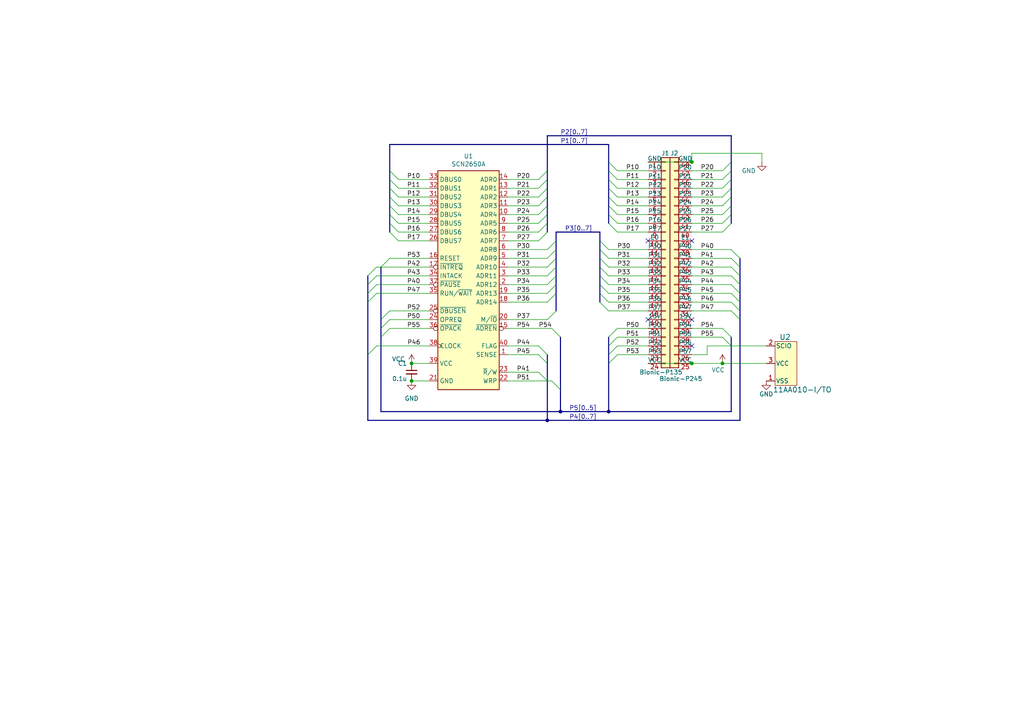
<source format=kicad_sch>
(kicad_sch (version 20230121) (generator eeschema)
  (paper "A4")
  (title_block (title "BionicSCN2650") (date "2022-07-17") (rev "1") (company "Tadashi G. Takaoka"))
  (lib_symbols
    (symbol "0-LocalLibrary:11AA010-I_TO" (pin_names (offset 0.254))
      (property "Reference" "U" (at 2.54 1.27 0))
      (property "Value" "11AA010-I/TO" (at 3.81 -13.97 0))
      (symbol "11AA010-I_TO_1_1"
        (rectangle (start 0 0) (end 6.35 -12.7) (fill (type background)))
        (pin power_in line (at -2.54 -11.43 0) (length 2.54) (name "VSS") (number "1"))
        (pin bidirectional line (at -2.54 -1.27 0) (length 2.54) (name "SCIO") (number "2"))
        (pin power_in line (at -2.54 -6.35 0) (length 2.54) (name "VCC") (number "3"))
      )
    )
    (symbol "0-LocalLibrary:Bionic-P135" (pin_names (offset 0))
      (property "Reference" "J" (at 0 30.48 0))
      (property "Value" "Bionic-P135" (at -1.27 -33.02 0))
      (symbol "Bionic-P135_1_1"
        (rectangle (start -1.27 -30.353) (end 0 -30.607) (stroke (width 0.1524)))
        (rectangle (start -1.27 -27.813) (end 0 -28.067) (stroke (width 0.1524)))
        (rectangle (start -1.27 -25.273) (end 0 -25.527) (stroke (width 0.1524)))
        (rectangle (start -1.27 -22.733) (end 0 -22.987) (stroke (width 0.1524)))
        (rectangle (start -1.27 -20.193) (end 0 -20.447) (stroke (width 0.1524)))
        (rectangle (start -1.27 -17.653) (end 0 -17.907) (stroke (width 0.1524)))
        (rectangle (start -1.27 -15.113) (end 0 -15.367) (stroke (width 0.1524)))
        (rectangle (start -1.27 -12.573) (end 0 -12.827) (stroke (width 0.1524)))
        (rectangle (start -1.27 -10.033) (end 0 -10.287) (stroke (width 0.1524)))
        (rectangle (start -1.27 -7.493) (end 0 -7.747) (stroke (width 0.1524)))
        (rectangle (start -1.27 -4.953) (end 0 -5.207) (stroke (width 0.1524)))
        (rectangle (start -1.27 -2.413) (end 0 -2.667) (stroke (width 0.1524)))
        (rectangle (start -1.27 0.127) (end 0 -0.127) (stroke (width 0.1524)))
        (rectangle (start -1.27 2.667) (end 0 2.413) (stroke (width 0.1524)))
        (rectangle (start -1.27 5.207) (end 0 4.953) (stroke (width 0.1524)))
        (rectangle (start -1.27 7.747) (end 0 7.493) (stroke (width 0.1524)))
        (rectangle (start -1.27 10.287) (end 0 10.033) (stroke (width 0.1524)))
        (rectangle (start -1.27 12.827) (end 0 12.573) (stroke (width 0.1524)))
        (rectangle (start -1.27 15.367) (end 0 15.113) (stroke (width 0.1524)))
        (rectangle (start -1.27 17.907) (end 0 17.653) (stroke (width 0.1524)))
        (rectangle (start -1.27 20.447) (end 0 20.193) (stroke (width 0.1524)))
        (rectangle (start -1.27 22.987) (end 0 22.733) (stroke (width 0.1524)))
        (rectangle (start -1.27 25.527) (end 0 25.273) (stroke (width 0.1524)))
        (rectangle (start -1.27 28.067) (end 0 27.813) (stroke (width 0.1524)))
        (rectangle (start -1.27 29.21) (end 1.27 -31.75) (stroke (width 0.254)) (fill (type background)))
        (pin power_out line (at -5.08 27.94 0) (length 3.81) (name "GND") (number "1"))
        (pin bidirectional line (at -5.08 5.08 0) (length 3.81) (name "E0") (number "10"))
        (pin bidirectional line (at -5.08 2.54 0) (length 3.81) (name "P30") (number "11"))
        (pin bidirectional line (at -5.08 0 0) (length 3.81) (name "P31") (number "12"))
        (pin bidirectional line (at -5.08 -2.54 0) (length 3.81) (name "P32") (number "13"))
        (pin bidirectional line (at -5.08 -5.08 0) (length 3.81) (name "P33") (number "14"))
        (pin bidirectional line (at -5.08 -7.62 0) (length 3.81) (name "P34") (number "15"))
        (pin bidirectional line (at -5.08 -10.16 0) (length 3.81) (name "P35") (number "16"))
        (pin bidirectional line (at -5.08 -12.7 0) (length 3.81) (name "P36") (number "17"))
        (pin bidirectional line (at -5.08 -15.24 0) (length 3.81) (name "P37") (number "18"))
        (pin power_out line (at -5.08 -17.78 0) (length 3.81) (name "15V") (number "19"))
        (pin bidirectional line (at -5.08 25.4 0) (length 3.81) (name "P10") (number "2"))
        (pin bidirectional line (at -5.08 -20.32 0) (length 3.81) (name "P50") (number "20"))
        (pin bidirectional line (at -5.08 -22.86 0) (length 3.81) (name "P51") (number "21"))
        (pin bidirectional line (at -5.08 -25.4 0) (length 3.81) (name "P52") (number "22"))
        (pin bidirectional line (at -5.08 -27.94 0) (length 3.81) (name "P53") (number "23"))
        (pin power_out line (at -5.08 -30.48 0) (length 3.81) (name "VCC") (number "24"))
        (pin bidirectional line (at -5.08 22.86 0) (length 3.81) (name "P11") (number "3"))
        (pin bidirectional line (at -5.08 20.32 0) (length 3.81) (name "P12") (number "4"))
        (pin bidirectional line (at -5.08 17.78 0) (length 3.81) (name "P13") (number "5"))
        (pin bidirectional line (at -5.08 15.24 0) (length 3.81) (name "P14") (number "6"))
        (pin bidirectional line (at -5.08 12.7 0) (length 3.81) (name "P15") (number "7"))
        (pin bidirectional line (at -5.08 10.16 0) (length 3.81) (name "P16") (number "8"))
        (pin bidirectional line (at -5.08 7.62 0) (length 3.81) (name "P17") (number "9"))
      )
    )
    (symbol "0-LocalLibrary:Bionic-P245" (pin_names (offset 0))
      (property "Reference" "J" (at -3.81 30.48 0))
      (property "Value" "Bionic-P245" (at -1.27 -33.02 0))
      (symbol "Bionic-P245_1_1"
        (rectangle (start -5.08 -31.75) (end -2.54 29.21) (stroke (width 0.254)) (fill (type background)))
        (rectangle (start -3.81 -30.607) (end -2.54 -30.353) (stroke (width 0.1524)))
        (rectangle (start -3.81 -28.067) (end -2.54 -27.813) (stroke (width 0.1524)))
        (rectangle (start -3.81 -25.527) (end -2.54 -25.273) (stroke (width 0.1524)))
        (rectangle (start -3.81 -22.987) (end -2.54 -22.733) (stroke (width 0.1524)))
        (rectangle (start -3.81 -20.447) (end -2.54 -20.193) (stroke (width 0.1524)))
        (rectangle (start -3.81 -17.907) (end -2.54 -17.653) (stroke (width 0.1524)))
        (rectangle (start -3.81 -15.367) (end -2.54 -15.113) (stroke (width 0.1524)))
        (rectangle (start -3.81 -12.827) (end -2.54 -12.573) (stroke (width 0.1524)))
        (rectangle (start -3.81 -10.287) (end -2.54 -10.033) (stroke (width 0.1524)))
        (rectangle (start -3.81 -7.747) (end -2.54 -7.493) (stroke (width 0.1524)))
        (rectangle (start -3.81 -5.207) (end -2.54 -4.953) (stroke (width 0.1524)))
        (rectangle (start -3.81 -2.667) (end -2.54 -2.413) (stroke (width 0.1524)))
        (rectangle (start -3.81 -0.127) (end -2.54 0.127) (stroke (width 0.1524)))
        (rectangle (start -3.81 2.413) (end -2.54 2.667) (stroke (width 0.1524)))
        (rectangle (start -3.81 4.953) (end -2.54 5.207) (stroke (width 0.1524)))
        (rectangle (start -3.81 7.493) (end -2.54 7.747) (stroke (width 0.1524)))
        (rectangle (start -3.81 10.033) (end -2.54 10.287) (stroke (width 0.1524)))
        (rectangle (start -3.81 12.573) (end -2.54 12.827) (stroke (width 0.1524)))
        (rectangle (start -3.81 15.113) (end -2.54 15.367) (stroke (width 0.1524)))
        (rectangle (start -3.81 17.653) (end -2.54 17.907) (stroke (width 0.1524)))
        (rectangle (start -3.81 20.193) (end -2.54 20.447) (stroke (width 0.1524)))
        (rectangle (start -3.81 22.733) (end -2.54 22.987) (stroke (width 0.1524)))
        (rectangle (start -3.81 25.273) (end -2.54 25.527) (stroke (width 0.1524)))
        (rectangle (start -3.81 27.813) (end -2.54 28.067) (stroke (width 0.1524)))
        (pin power_in line (at 1.27 -30.48 180) (length 3.81) (name "VCC") (number "25"))
        (pin bidirectional line (at 1.27 -27.94 180) (length 3.81) (name "P57") (number "26"))
        (pin bidirectional line (at 1.27 -25.4 180) (length 3.81) (name "P56") (number "27"))
        (pin bidirectional line (at 1.27 -22.86 180) (length 3.81) (name "P55") (number "28"))
        (pin bidirectional line (at 1.27 -20.32 180) (length 3.81) (name "P54") (number "29"))
        (pin power_in line (at 1.27 -17.78 180) (length 3.81) (name "15V") (number "30"))
        (pin bidirectional line (at 1.27 -15.24 180) (length 3.81) (name "P47") (number "31"))
        (pin bidirectional line (at 1.27 -12.7 180) (length 3.81) (name "P46") (number "32"))
        (pin bidirectional line (at 1.27 -10.16 180) (length 3.81) (name "P45") (number "33"))
        (pin bidirectional line (at 1.27 -7.62 180) (length 3.81) (name "P44") (number "34"))
        (pin bidirectional line (at 1.27 -5.08 180) (length 3.81) (name "P43") (number "35"))
        (pin bidirectional line (at 1.27 -2.54 180) (length 3.81) (name "P42") (number "36"))
        (pin bidirectional line (at 1.27 0 180) (length 3.81) (name "P41") (number "37"))
        (pin bidirectional line (at 1.27 2.54 180) (length 3.81) (name "P40") (number "38"))
        (pin bidirectional line (at 1.27 5.08 180) (length 3.81) (name "E1") (number "39"))
        (pin bidirectional line (at 1.27 7.62 180) (length 3.81) (name "P27") (number "40"))
        (pin bidirectional line (at 1.27 10.16 180) (length 3.81) (name "P26") (number "41"))
        (pin bidirectional line (at 1.27 12.7 180) (length 3.81) (name "P25") (number "42"))
        (pin bidirectional line (at 1.27 15.24 180) (length 3.81) (name "P24") (number "43"))
        (pin bidirectional line (at 1.27 17.78 180) (length 3.81) (name "P23") (number "44"))
        (pin bidirectional line (at 1.27 20.32 180) (length 3.81) (name "P22") (number "45"))
        (pin bidirectional line (at 1.27 22.86 180) (length 3.81) (name "P21") (number "46"))
        (pin bidirectional line (at 1.27 25.4 180) (length 3.81) (name "P20") (number "47"))
        (pin power_in line (at 1.27 27.94 180) (length 3.81) (name "GND") (number "48"))
      )
    )
    (symbol "0-LocalLibrary:SCN2650A"
      (property "Reference" "U" (at -1.27 31.75 0))
      (property "Value" "SCN2650A" (at 0 -1.27 90))
      (symbol "SCN2650A_0_1"
        (rectangle (start -8.89 -33.02) (end 8.89 30.48) (stroke (width 0.254)) (fill (type background)))
      )
      (symbol "SCN2650A_1_1"
        (pin input line (at 11.43 -22.86 180) (length 2.54) (name "SENSE") (number "1"))
        (pin output line (at 11.43 17.78 180) (length 2.54) (name "ADR4") (number "10"))
        (pin output line (at 11.43 20.32 180) (length 2.54) (name "ADR3") (number "11"))
        (pin output line (at 11.43 22.86 180) (length 2.54) (name "ADR2") (number "12"))
        (pin output line (at 11.43 25.4 180) (length 2.54) (name "ADR1") (number "13"))
        (pin output line (at 11.43 27.94 180) (length 2.54) (name "ADR0") (number "14"))
        (pin output inverted (at 11.43 -15.24 180) (length 2.54) (name "~{ADREN}") (number "15"))
        (pin input line (at -11.43 5.08 0) (length 2.54) (name "RESET") (number "16"))
        (pin input inverted (at -11.43 2.54 0) (length 2.54) (name "~{INTREQ}") (number "17"))
        (pin output line (at 11.43 -7.62 180) (length 2.54) (name "ADR14") (number "18"))
        (pin output line (at 11.43 -5.08 180) (length 2.54) (name "ADR13") (number "19"))
        (pin output line (at 11.43 -2.54 180) (length 2.54) (name "ADR12") (number "2"))
        (pin output line (at 11.43 -12.7 180) (length 2.54) (name "M/~{IO}") (number "20"))
        (pin power_in line (at -11.43 -30.48 0) (length 2.54) (name "GND") (number "21"))
        (pin output line (at 11.43 -30.48 180) (length 2.54) (name "WRP") (number "22"))
        (pin output line (at 11.43 -27.94 180) (length 2.54) (name "~{R}/W") (number "23"))
        (pin output line (at -11.43 -12.7 0) (length 2.54) (name "OPREQ") (number "24"))
        (pin input inverted (at -11.43 -10.16 0) (length 2.54) (name "~{DBUSEN}") (number "25"))
        (pin bidirectional line (at -11.43 10.16 0) (length 2.54) (name "DBUS7") (number "26"))
        (pin bidirectional line (at -11.43 12.7 0) (length 2.54) (name "DBUS6") (number "27"))
        (pin bidirectional line (at -11.43 15.24 0) (length 2.54) (name "DBUS5") (number "28"))
        (pin bidirectional line (at -11.43 17.78 0) (length 2.54) (name "DBUS4") (number "29"))
        (pin output line (at 11.43 0 180) (length 2.54) (name "ADR11") (number "3"))
        (pin bidirectional line (at -11.43 20.32 0) (length 2.54) (name "DBUS3") (number "30"))
        (pin bidirectional line (at -11.43 22.86 0) (length 2.54) (name "DBUS2") (number "31"))
        (pin bidirectional line (at -11.43 25.4 0) (length 2.54) (name "DBUS1") (number "32"))
        (pin bidirectional line (at -11.43 27.94 0) (length 2.54) (name "DBUS0") (number "33"))
        (pin output line (at -11.43 0 0) (length 2.54) (name "INTACK") (number "34"))
        (pin output line (at -11.43 -5.08 0) (length 2.54) (name "RUN/~{WAIT}") (number "35"))
        (pin input inverted (at -11.43 -15.24 0) (length 2.54) (name "~{OPACK}") (number "36"))
        (pin input inverted (at -11.43 -2.54 0) (length 2.54) (name "~{PAUSE}") (number "37"))
        (pin input clock (at -11.43 -20.32 0) (length 2.54) (name "CLOCK") (number "38"))
        (pin power_in line (at -11.43 -25.4 0) (length 2.54) (name "VCC") (number "39"))
        (pin output line (at 11.43 2.54 180) (length 2.54) (name "ADR10") (number "4"))
        (pin output line (at 11.43 -20.32 180) (length 2.54) (name "FLAG") (number "40"))
        (pin output line (at 11.43 5.08 180) (length 2.54) (name "ADR9") (number "5"))
        (pin output line (at 11.43 7.62 180) (length 2.54) (name "ADR8") (number "6"))
        (pin output line (at 11.43 10.16 180) (length 2.54) (name "ADR7") (number "7"))
        (pin output line (at 11.43 12.7 180) (length 2.54) (name "ADR6") (number "8"))
        (pin output line (at 11.43 15.24 180) (length 2.54) (name "ADR5") (number "9"))
      )
    )
    (symbol "Device:C_Small" (pin_numbers hide) (pin_names (offset 0.254) hide)
      (property "Reference" "C" (at 0.254 1.778 0))
      (property "Value" "C_Small" (at 0.254 -2.032 0))
      (symbol "C_Small_0_1"
        (polyline (pts (xy -1.524 -0.508) (xy 1.524 -0.508)) (stroke (width 0.3302)))
        (polyline (pts (xy -1.524 0.508) (xy 1.524 0.508)) (stroke (width 0.3048)))
      )
      (symbol "C_Small_1_1"
        (pin passive line (at 0 2.54 270) (length 2.032) (name "~") (number "1"))
        (pin passive line (at 0 -2.54 90) (length 2.032) (name "~") (number "2"))
      )
    )
    (symbol "GND_1" (power) (pin_names (offset 0))
      (property "Value" "GND_1" (at 0 -3.81 0))
      (symbol "GND_1_0_1"
        (polyline (pts (xy 0 0) (xy 0 -1.27) (xy 1.27 -1.27) (xy 0 -2.54) (xy -1.27 -1.27) (xy 0 -1.27)))
      )
      (symbol "GND_1_1_1"
        (pin power_in line (at 0 0 270) (length 0) hide (name "GND") (number "1"))
      )
    )
    (symbol "VCC_1" (power) (pin_names (offset 0))
      (property "Value" "VCC_1" (at 0 3.81 0))
      (symbol "VCC_1_0_1"
        (polyline (pts (xy -0.762 1.27) (xy 0 2.54)))
        (polyline (pts (xy 0 0) (xy 0 2.54)))
        (polyline (pts (xy 0 2.54) (xy 0.762 1.27)))
      )
      (symbol "VCC_1_1_1"
        (pin power_in line (at 0 0 90) (length 0) hide (name "VCC") (number "1"))
      )
    )
  )
  (junction (at 162.56 119.38))
  (junction (at 119.38 105.41))
  (junction (at 200.66 46.99))
  (junction (at 209.55 105.41))
  (junction (at 176.53 119.38))
  (junction (at 158.75 121.92))
  (junction (at 200.66 105.41))
  (junction (at 119.38 110.49))
  (no_connect (at 187.96 69.85))
  (no_connect (at 200.66 92.71))
  (no_connect (at 200.66 69.85))
  (no_connect (at 200.66 100.33))
  (no_connect (at 187.96 92.71))
  (bus_entry (at 173.99 77.47) (size 2.54 2.54))
  (bus_entry (at 115.57 67.31) (size -2.54 -2.54))
  (bus_entry (at 115.57 52.07) (size -2.54 -2.54))
  (bus_entry (at 158.75 74.93) (size 2.54 -2.54))
  (bus_entry (at 209.55 97.79) (size 2.54 2.54))
  (bus_entry (at 158.75 62.23) (size -2.54 2.54))
  (bus_entry (at 212.09 82.55) (size 2.54 2.54))
  (bus_entry (at 158.75 77.47) (size 2.54 -2.54))
  (bus_entry (at 179.07 102.87) (size -2.54 2.54))
  (bus_entry (at 173.99 82.55) (size 2.54 2.54))
  (bus_entry (at 212.09 85.09) (size 2.54 2.54))
  (bus_entry (at 179.07 57.15) (size -2.54 -2.54))
  (bus_entry (at 158.75 64.77) (size -2.54 2.54))
  (bus_entry (at 158.75 82.55) (size 2.54 -2.54))
  (bus_entry (at 110.49 92.71) (size 2.54 -2.54))
  (bus_entry (at 212.09 87.63) (size 2.54 2.54))
  (bus_entry (at 176.53 100.33) (size 2.54 -2.54))
  (bus_entry (at 176.53 97.79) (size 2.54 -2.54))
  (bus_entry (at 173.99 85.09) (size 2.54 2.54))
  (bus_entry (at 158.75 92.71) (size 2.54 -2.54))
  (bus_entry (at 179.07 52.07) (size -2.54 -2.54))
  (bus_entry (at 212.09 62.23) (size -2.54 2.54))
  (bus_entry (at 115.57 64.77) (size -2.54 -2.54))
  (bus_entry (at 106.68 85.09) (size 2.54 -2.54))
  (bus_entry (at 179.07 67.31) (size -2.54 -2.54))
  (bus_entry (at 173.99 87.63) (size 2.54 2.54))
  (bus_entry (at 110.49 97.79) (size 2.54 -2.54))
  (bus_entry (at 209.55 95.25) (size 2.54 2.54))
  (bus_entry (at 176.53 102.87) (size 2.54 -2.54))
  (bus_entry (at 162.56 97.79) (size -2.54 -2.54))
  (bus_entry (at 158.75 87.63) (size 2.54 -2.54))
  (bus_entry (at 106.68 87.63) (size 2.54 -2.54))
  (bus_entry (at 158.75 67.31) (size -2.54 2.54))
  (bus_entry (at 212.09 90.17) (size 2.54 2.54))
  (bus_entry (at 212.09 59.69) (size -2.54 2.54))
  (bus_entry (at 179.07 59.69) (size -2.54 -2.54))
  (bus_entry (at 179.07 62.23) (size -2.54 -2.54))
  (bus_entry (at 179.07 49.53) (size -2.54 -2.54))
  (bus_entry (at 158.75 49.53) (size -2.54 2.54))
  (bus_entry (at 158.75 52.07) (size -2.54 2.54))
  (bus_entry (at 115.57 59.69) (size -2.54 -2.54))
  (bus_entry (at 115.57 62.23) (size -2.54 -2.54))
  (bus_entry (at 212.09 52.07) (size -2.54 2.54))
  (bus_entry (at 110.49 77.47) (size 2.54 -2.54))
  (bus_entry (at 173.99 72.39) (size 2.54 2.54))
  (bus_entry (at 173.99 80.01) (size 2.54 2.54))
  (bus_entry (at 212.09 72.39) (size 2.54 2.54))
  (bus_entry (at 158.75 57.15) (size -2.54 2.54))
  (bus_entry (at 212.09 80.01) (size 2.54 2.54))
  (bus_entry (at 162.56 113.03) (size -2.54 -2.54))
  (bus_entry (at 158.75 85.09) (size 2.54 -2.54))
  (bus_entry (at 106.68 82.55) (size 2.54 -2.54))
  (bus_entry (at 212.09 54.61) (size -2.54 2.54))
  (bus_entry (at 212.09 77.47) (size 2.54 2.54))
  (bus_entry (at 158.75 110.49) (size -2.54 -2.54))
  (bus_entry (at 212.09 46.99) (size -2.54 2.54))
  (bus_entry (at 176.53 72.39) (size -2.54 -2.54))
  (bus_entry (at 212.09 74.93) (size 2.54 2.54))
  (bus_entry (at 158.75 80.01) (size 2.54 -2.54))
  (bus_entry (at 158.75 54.61) (size -2.54 2.54))
  (bus_entry (at 115.57 69.85) (size -2.54 -2.54))
  (bus_entry (at 158.75 72.39) (size 2.54 -2.54))
  (bus_entry (at 115.57 54.61) (size -2.54 -2.54))
  (bus_entry (at 212.09 49.53) (size -2.54 2.54))
  (bus_entry (at 212.09 64.77) (size -2.54 2.54))
  (bus_entry (at 110.49 95.25) (size 2.54 -2.54))
  (bus_entry (at 106.68 80.01) (size 2.54 -2.54))
  (bus_entry (at 115.57 57.15) (size -2.54 -2.54))
  (bus_entry (at 212.09 57.15) (size -2.54 2.54))
  (bus_entry (at 158.75 59.69) (size -2.54 2.54))
  (bus_entry (at 156.21 100.33) (size 2.54 2.54))
  (bus_entry (at 156.21 102.87) (size 2.54 2.54))
  (bus_entry (at 179.07 54.61) (size -2.54 -2.54))
  (bus_entry (at 179.07 64.77) (size -2.54 -2.54))
  (bus_entry (at 173.99 74.93) (size 2.54 2.54))
  (bus_entry (at 106.68 102.87) (size 2.54 -2.54))
  (bus (pts (xy 173.99 67.31) (xy 173.99 69.85)))
  (bus (pts (xy 176.53 105.41) (xy 176.53 119.38)))
  (bus (pts (xy 176.53 52.07) (xy 176.53 54.61)))
  (wire (pts (xy 200.66 102.87) (xy 205.105 102.87)))
  (bus (pts (xy 173.99 77.47) (xy 173.99 80.01)))
  (bus (pts (xy 212.09 62.23) (xy 212.09 64.77)))
  (bus (pts (xy 110.49 77.47) (xy 110.49 92.71)))
  (wire (pts (xy 187.96 57.15) (xy 179.07 57.15)))
  (bus (pts (xy 106.68 121.92) (xy 158.75 121.92)))
  (bus (pts (xy 173.99 72.39) (xy 173.99 74.93)))
  (bus (pts (xy 113.03 64.77) (xy 113.03 67.31)))
  (wire (pts (xy 187.96 64.77) (xy 179.07 64.77)))
  (bus (pts (xy 212.09 100.33) (xy 212.09 119.38)))
  (bus (pts (xy 113.03 59.69) (xy 113.03 62.23)))
  (bus (pts (xy 106.68 85.09) (xy 106.68 87.63)))
  (bus (pts (xy 212.09 54.61) (xy 212.09 57.15)))
  (bus (pts (xy 176.53 57.15) (xy 176.53 59.69)))
  (wire (pts (xy 212.09 100.33) (xy 222.25 100.33)))
  (bus (pts (xy 212.09 59.69) (xy 212.09 62.23)))
  (wire (pts (xy 176.53 72.39) (xy 187.96 72.39)))
  (wire (pts (xy 113.03 92.71) (xy 124.46 92.71)))
  (bus (pts (xy 214.63 90.17) (xy 214.63 92.71)))
  (bus (pts (xy 113.03 41.91) (xy 113.03 49.53)))
  (bus (pts (xy 158.75 62.23) (xy 158.75 64.77)))
  (wire (pts (xy 176.53 74.93) (xy 187.96 74.93)))
  (wire (pts (xy 147.32 102.87) (xy 156.21 102.87)))
  (bus (pts (xy 162.56 119.38) (xy 110.49 119.38)))
  (bus (pts (xy 110.49 97.79) (xy 110.49 119.38)))
  (bus (pts (xy 161.29 67.31) (xy 173.99 67.31)))
  (bus (pts (xy 106.68 82.55) (xy 106.68 85.09)))
  (bus (pts (xy 173.99 80.01) (xy 173.99 82.55)))
  (bus (pts (xy 158.75 52.07) (xy 158.75 54.61)))
  (wire (pts (xy 200.66 82.55) (xy 212.09 82.55)))
  (bus (pts (xy 214.63 77.47) (xy 214.63 80.01)))
  (bus (pts (xy 110.49 95.25) (xy 110.49 97.79)))
  (wire (pts (xy 176.53 90.17) (xy 187.96 90.17)))
  (wire (pts (xy 187.96 46.99) (xy 200.66 46.99)))
  (wire (pts (xy 109.22 77.47) (xy 110.49 77.47)))
  (wire (pts (xy 200.66 54.61) (xy 209.55 54.61)))
  (bus (pts (xy 158.75 64.77) (xy 158.75 67.31)))
  (bus (pts (xy 162.56 97.79) (xy 162.56 113.03)))
  (wire (pts (xy 113.03 90.17) (xy 124.46 90.17)))
  (bus (pts (xy 161.29 69.85) (xy 161.29 67.31)))
  (wire (pts (xy 176.53 77.47) (xy 187.96 77.47)))
  (wire (pts (xy 176.53 80.01) (xy 187.96 80.01)))
  (wire (pts (xy 113.03 74.93) (xy 124.46 74.93)))
  (wire (pts (xy 147.32 69.85) (xy 156.21 69.85)))
  (wire (pts (xy 200.66 97.79) (xy 209.55 97.79)))
  (wire (pts (xy 187.96 59.69) (xy 179.07 59.69)))
  (wire (pts (xy 187.96 97.79) (xy 179.07 97.79)))
  (bus (pts (xy 212.09 39.37) (xy 212.09 46.99)))
  (wire (pts (xy 200.66 44.45) (xy 220.98 44.45)))
  (wire (pts (xy 124.46 69.85) (xy 115.57 69.85)))
  (wire (pts (xy 119.38 110.49) (xy 124.46 110.49)))
  (bus (pts (xy 106.68 80.01) (xy 106.68 82.55)))
  (wire (pts (xy 113.03 95.25) (xy 124.46 95.25)))
  (bus (pts (xy 176.53 119.38) (xy 212.09 119.38)))
  (wire (pts (xy 179.07 102.87) (xy 187.96 102.87)))
  (wire (pts (xy 187.96 100.33) (xy 179.07 100.33)))
  (bus (pts (xy 214.63 87.63) (xy 214.63 90.17)))
  (wire (pts (xy 209.55 105.41) (xy 222.25 105.41)))
  (bus (pts (xy 176.53 97.79) (xy 176.53 100.33)))
  (bus (pts (xy 214.63 92.71) (xy 214.63 121.92)))
  (wire (pts (xy 147.32 100.33) (xy 156.21 100.33)))
  (wire (pts (xy 200.66 105.41) (xy 209.55 105.41)))
  (bus (pts (xy 161.29 74.93) (xy 161.29 77.47)))
  (bus (pts (xy 212.09 57.15) (xy 212.09 59.69)))
  (bus (pts (xy 161.29 69.85) (xy 161.29 72.39)))
  (bus (pts (xy 176.53 62.23) (xy 176.53 64.77)))
  (wire (pts (xy 109.22 82.55) (xy 124.46 82.55)))
  (wire (pts (xy 187.96 49.53) (xy 179.07 49.53)))
  (bus (pts (xy 176.53 41.91) (xy 176.53 46.99)))
  (bus (pts (xy 113.03 41.91) (xy 176.53 41.91)))
  (bus (pts (xy 158.75 39.37) (xy 212.09 39.37)))
  (wire (pts (xy 124.46 59.69) (xy 115.57 59.69)))
  (bus (pts (xy 161.29 82.55) (xy 161.29 85.09)))
  (wire (pts (xy 187.96 52.07) (xy 179.07 52.07)))
  (bus (pts (xy 173.99 74.93) (xy 173.99 77.47)))
  (bus (pts (xy 158.75 110.49) (xy 158.75 121.92)))
  (bus (pts (xy 214.63 85.09) (xy 214.63 87.63)))
  (bus (pts (xy 161.29 77.47) (xy 161.29 80.01)))
  (bus (pts (xy 176.53 59.69) (xy 176.53 62.23)))
  (bus (pts (xy 158.75 59.69) (xy 158.75 62.23)))
  (bus (pts (xy 214.63 74.93) (xy 214.63 77.47)))
  (wire (pts (xy 187.96 105.41) (xy 200.66 105.41)))
  (wire (pts (xy 124.46 67.31) (xy 115.57 67.31)))
  (wire (pts (xy 205.105 102.87) (xy 205.105 100.33)))
  (wire (pts (xy 147.32 82.55) (xy 158.75 82.55)))
  (bus (pts (xy 176.53 54.61) (xy 176.53 57.15)))
  (wire (pts (xy 176.53 87.63) (xy 187.96 87.63)))
  (bus (pts (xy 212.09 97.79) (xy 212.09 100.33)))
  (wire (pts (xy 147.32 87.63) (xy 158.75 87.63)))
  (wire (pts (xy 147.32 72.39) (xy 158.75 72.39)))
  (wire (pts (xy 147.32 64.77) (xy 156.21 64.77)))
  (wire (pts (xy 109.22 100.33) (xy 124.46 100.33)))
  (wire (pts (xy 200.66 59.69) (xy 209.55 59.69)))
  (bus (pts (xy 113.03 57.15) (xy 113.03 59.69)))
  (wire (pts (xy 147.32 85.09) (xy 158.75 85.09)))
  (wire (pts (xy 109.22 85.09) (xy 124.46 85.09)))
  (wire (pts (xy 124.46 62.23) (xy 115.57 62.23)))
  (bus (pts (xy 212.09 52.07) (xy 212.09 54.61)))
  (wire (pts (xy 200.66 72.39) (xy 212.09 72.39)))
  (wire (pts (xy 176.53 82.55) (xy 187.96 82.55)))
  (bus (pts (xy 173.99 85.09) (xy 173.99 87.63)))
  (bus (pts (xy 158.75 39.37) (xy 158.75 49.53)))
  (wire (pts (xy 147.32 52.07) (xy 156.21 52.07)))
  (wire (pts (xy 187.96 54.61) (xy 179.07 54.61)))
  (wire (pts (xy 187.96 67.31) (xy 179.07 67.31)))
  (wire (pts (xy 158.75 110.49) (xy 160.02 110.49)))
  (bus (pts (xy 106.68 87.63) (xy 106.68 102.87)))
  (bus (pts (xy 113.03 52.07) (xy 113.03 54.61)))
  (wire (pts (xy 200.66 77.47) (xy 212.09 77.47)))
  (wire (pts (xy 109.22 80.01) (xy 124.46 80.01)))
  (wire (pts (xy 147.32 80.01) (xy 158.75 80.01)))
  (wire (pts (xy 147.32 62.23) (xy 156.21 62.23)))
  (wire (pts (xy 205.105 100.33) (xy 212.09 100.33)))
  (wire (pts (xy 147.32 59.69) (xy 156.21 59.69)))
  (wire (pts (xy 124.46 57.15) (xy 115.57 57.15)))
  (bus (pts (xy 161.29 85.09) (xy 161.29 90.17)))
  (bus (pts (xy 158.75 102.87) (xy 158.75 105.41)))
  (wire (pts (xy 124.46 54.61) (xy 115.57 54.61)))
  (wire (pts (xy 200.66 44.45) (xy 200.66 46.99)))
  (wire (pts (xy 200.66 95.25) (xy 209.55 95.25)))
  (bus (pts (xy 161.29 72.39) (xy 161.29 74.93)))
  (bus (pts (xy 212.09 46.99) (xy 212.09 49.53)))
  (wire (pts (xy 147.32 57.15) (xy 156.21 57.15)))
  (wire (pts (xy 200.66 52.07) (xy 209.55 52.07)))
  (bus (pts (xy 110.49 92.71) (xy 110.49 95.25)))
  (bus (pts (xy 158.75 105.41) (xy 158.75 110.49)))
  (bus (pts (xy 176.53 102.87) (xy 176.53 105.41)))
  (bus (pts (xy 176.53 100.33) (xy 176.53 102.87)))
  (bus (pts (xy 214.63 80.01) (xy 214.63 82.55)))
  (wire (pts (xy 200.66 57.15) (xy 209.55 57.15)))
  (bus (pts (xy 106.68 102.87) (xy 106.68 121.92)))
  (wire (pts (xy 200.66 64.77) (xy 209.55 64.77)))
  (wire (pts (xy 200.66 49.53) (xy 209.55 49.53)))
  (wire (pts (xy 200.66 87.63) (xy 212.09 87.63)))
  (wire (pts (xy 147.32 107.95) (xy 156.21 107.95)))
  (wire (pts (xy 147.32 67.31) (xy 156.21 67.31)))
  (wire (pts (xy 147.32 77.47) (xy 158.75 77.47)))
  (bus (pts (xy 214.63 121.92) (xy 158.75 121.92)))
  (wire (pts (xy 200.66 67.31) (xy 209.55 67.31)))
  (wire (pts (xy 147.32 74.93) (xy 158.75 74.93)))
  (bus (pts (xy 176.53 49.53) (xy 176.53 52.07)))
  (bus (pts (xy 176.53 119.38) (xy 162.56 119.38)))
  (bus (pts (xy 173.99 69.85) (xy 173.99 72.39)))
  (wire (pts (xy 147.32 110.49) (xy 158.75 110.49)))
  (wire (pts (xy 187.96 95.25) (xy 179.07 95.25)))
  (bus (pts (xy 176.53 46.99) (xy 176.53 49.53)))
  (wire (pts (xy 124.46 52.07) (xy 115.57 52.07)))
  (bus (pts (xy 158.75 54.61) (xy 158.75 57.15)))
  (wire (pts (xy 200.66 62.23) (xy 209.55 62.23)))
  (wire (pts (xy 200.66 90.17) (xy 212.09 90.17)))
  (wire (pts (xy 124.46 64.77) (xy 115.57 64.77)))
  (wire (pts (xy 119.38 105.41) (xy 124.46 105.41)))
  (wire (pts (xy 147.32 95.25) (xy 160.02 95.25)))
  (bus (pts (xy 113.03 62.23) (xy 113.03 64.77)))
  (wire (pts (xy 200.66 74.93) (xy 212.09 74.93)))
  (bus (pts (xy 162.56 113.03) (xy 162.56 119.38)))
  (bus (pts (xy 173.99 82.55) (xy 173.99 85.09)))
  (wire (pts (xy 110.49 77.47) (xy 124.46 77.47)))
  (wire (pts (xy 147.32 54.61) (xy 156.21 54.61)))
  (bus (pts (xy 113.03 54.61) (xy 113.03 57.15)))
  (wire (pts (xy 200.66 85.09) (xy 212.09 85.09)))
  (wire (pts (xy 200.66 80.01) (xy 212.09 80.01)))
  (wire (pts (xy 176.53 85.09) (xy 187.96 85.09)))
  (bus (pts (xy 158.75 57.15) (xy 158.75 59.69)))
  (wire (pts (xy 187.96 62.23) (xy 179.07 62.23)))
  (bus (pts (xy 161.29 80.01) (xy 161.29 82.55)))
  (bus (pts (xy 158.75 49.53) (xy 158.75 52.07)))
  (bus (pts (xy 214.63 82.55) (xy 214.63 85.09)))
  (wire (pts (xy 147.32 92.71) (xy 158.75 92.71)))
  (wire (pts (xy 220.98 44.45) (xy 220.98 46.99)))
  (bus (pts (xy 113.03 49.53) (xy 113.03 52.07)))
  (bus (pts (xy 212.09 49.53) (xy 212.09 52.07)))
  (label "P33" (at 149.86 80.01 0))
  (label "P36" (at 149.86 87.63 0))
  (label "P55" (at 203.2 97.79 0))
  (label "P17" (at 185.42 67.31 180))
  (label "P40" (at 121.92 82.55 180))
  (label "P4[0..7]" (at 165.1 121.92 0))
  (label "P36" (at 182.88 87.63 180))
  (label "P24" (at 203.2 59.69 0))
  (label "P33" (at 182.88 80.01 180))
  (label "P40" (at 203.2 72.39 0))
  (label "P54" (at 149.86 95.25 0))
  (label "P55" (at 121.92 95.25 180))
  (label "P47" (at 203.2 90.17 0))
  (label "P20" (at 203.2 49.53 0))
  (label "P23" (at 203.2 57.15 0))
  (label "P11" (at 121.92 54.61 180))
  (label "P25" (at 203.2 62.23 0))
  (label "P21" (at 203.2 52.07 0))
  (label "P53" (at 121.92 74.93 180))
  (label "P53" (at 185.42 102.87 180))
  (label "P23" (at 149.86 59.69 0))
  (label "P13" (at 121.92 59.69 180))
  (label "P5[0..5]" (at 165.1 119.38 0))
  (label "P54" (at 156.21 95.25 0))
  (label "P31" (at 182.88 74.93 180))
  (label "P21" (at 149.86 54.61 0))
  (label "P24" (at 149.86 62.23 0))
  (label "P41" (at 149.86 107.95 0))
  (label "P10" (at 185.42 49.53 180))
  (label "P30" (at 182.88 72.39 180))
  (label "P34" (at 182.88 82.55 180))
  (label "P43" (at 203.2 80.01 0))
  (label "P22" (at 203.2 54.61 0))
  (label "P50" (at 121.92 92.71 180))
  (label "P35" (at 149.86 85.09 0))
  (label "P43" (at 121.92 80.01 180))
  (label "P32" (at 149.86 77.47 0))
  (label "P22" (at 149.86 57.15 0))
  (label "P15" (at 121.92 64.77 180))
  (label "P12" (at 185.42 54.61 180))
  (label "P54" (at 203.2 95.25 0))
  (label "P52" (at 185.42 100.33 180))
  (label "P46" (at 118.11 100.33 0))
  (label "P11" (at 185.42 52.07 180))
  (label "P32" (at 182.88 77.47 180))
  (label "P51" (at 149.86 110.49 0))
  (label "P15" (at 185.42 62.23 180))
  (label "P41" (at 203.2 74.93 0))
  (label "P14" (at 185.42 59.69 180))
  (label "P2[0..7]" (at 162.56 39.37 0))
  (label "P26" (at 149.86 67.31 0))
  (label "P42" (at 203.2 77.47 0))
  (label "P16" (at 121.92 67.31 180))
  (label "P35" (at 182.88 85.09 180))
  (label "P31" (at 149.86 74.93 0))
  (label "P3[0..7]" (at 163.83 67.31 0))
  (label "P20" (at 149.86 52.07 0))
  (label "P14" (at 121.92 62.23 180))
  (label "P45" (at 149.86 102.87 0))
  (label "P27" (at 149.86 69.85 0))
  (label "P27" (at 203.2 67.31 0))
  (label "P30" (at 149.86 72.39 0))
  (label "P44" (at 203.2 82.55 0))
  (label "P47" (at 121.92 85.09 180))
  (label "P26" (at 203.2 64.77 0))
  (label "P46" (at 203.2 87.63 0))
  (label "P10" (at 121.92 52.07 180))
  (label "P44" (at 149.86 100.33 0))
  (label "P37" (at 149.86 92.71 0))
  (label "P50" (at 185.42 95.25 180))
  (label "P42" (at 121.92 77.47 180))
  (label "P51" (at 185.42 97.79 180))
  (label "P37" (at 182.88 90.17 180))
  (label "P52" (at 121.92 90.17 180))
  (label "P16" (at 185.42 64.77 180))
  (label "P45" (at 203.2 85.09 0))
  (label "P17" (at 121.92 69.85 180))
  (label "P25" (at 149.86 64.77 0))
  (label "P1[0..7]" (at 162.56 41.91 0))
  (label "P13" (at 185.42 57.15 180))
  (label "P34" (at 149.86 82.55 0))
  (label "P12" (at 121.92 57.15 180))
  (symbol (lib_id "Device:C_Small") (at 119.38 107.95 0) (mirror y) (unit 1)
    (property "Reference" "C1" (at 118.11 105.41 0) (effects (justify left)))
    (property "Value" "0.1u" (at 118.11 109.855 0) (effects (justify left)))
    (property "Footprint" "Capacitor_THT:C_Disc_D3.4mm_W2.1mm_P2.50mm" (effects hide))
  )
  (symbol (lib_id "0-LocalLibrary:SCN2650A") (at 135.89 80.01 0) (unit 1)
    (property "Reference" "U1" (at 135.89 45.2882 0))
    (property "Value" "SCN2650A" (at 135.89 47.5996 0))
    (property "Footprint" "Package_DIP:DIP-40_W15.24mm" (effects hide))
    (property "Datasheet" "https://frank.pocnet.net/sheets/084/2/2650.pdf" (effects hide))
  )
  (symbol (lib_name "VCC_1") (lib_id "power:VCC") (at 209.55 105.41 0) (unit 1)
    (property "Reference" "#PWR01" (effects hide))
    (property "Value" "VCC" (at 208.28 107.315 0))
  )
  (symbol (lib_id "0-LocalLibrary:Bionic-P135") (at 193.04 74.93 0) (unit 1)
    (property "Reference" "J1" (at 191.77 44.45 0) (effects (justify left)))
    (property "Value" "Bionic-P135" (at 185.42 107.95 0) (effects (justify left)))
    (property "Footprint" "connector:Bionic-P135_Vertical" (effects hide))
  )
  (symbol (lib_id "0-LocalLibrary:11AA010-I_TO") (at 224.79 99.06 0) (unit 1)
    (property "Reference" "U2" (at 226.06 97.79 0) (effects (font (size 1.524 1.524)) (justify left)))
    (property "Value" "11AA010-I/TO" (at 224.155 113.03 0) (effects (font (size 1.524 1.524)) (justify left)))
    (property "Footprint" "TO-92_MC_MCH" (effects hide))
    (property "Datasheet" "11AA010-I/TO" (effects hide))
  )
  (symbol (lib_id "0-LocalLibrary:Bionic-P245") (at 199.39 74.93 0) (unit 1)
    (property "Reference" "J2" (at 195.58 44.45 0))
    (property "Value" "Bionic-P245" (at 197.485 109.855 0))
    (property "Footprint" "connector:Bionic-P245_Vertical" (effects hide))
  )
  (symbol (lib_name "GND_1") (lib_id "power:GND") (at 222.25 110.49 0) (unit 1)
    (property "Reference" "#PWR04" (effects hide))
    (property "Value" "GND" (at 222.25 114.3 0))
  )
  (symbol (lib_name "VCC_1") (lib_id "power:VCC") (at 119.38 105.41 0) (unit 1)
    (property "Reference" "#PWR03" (effects hide))
    (property "Value" "VCC" (at 115.57 104.14 0))
  )
  (symbol (lib_name "GND_1") (lib_id "power:GND") (at 119.38 110.49 0) (unit 1)
    (property "Reference" "#PWR02" (effects hide))
    (property "Value" "GND" (at 119.38 115.57 0))
  )
  (symbol (lib_name "GND_1") (lib_id "power:GND") (at 220.98 46.99 0) (unit 1)
    (property "Reference" "#PWR05" (effects hide))
    (property "Value" "GND" (at 217.17 49.53 0))
  )
)
</source>
